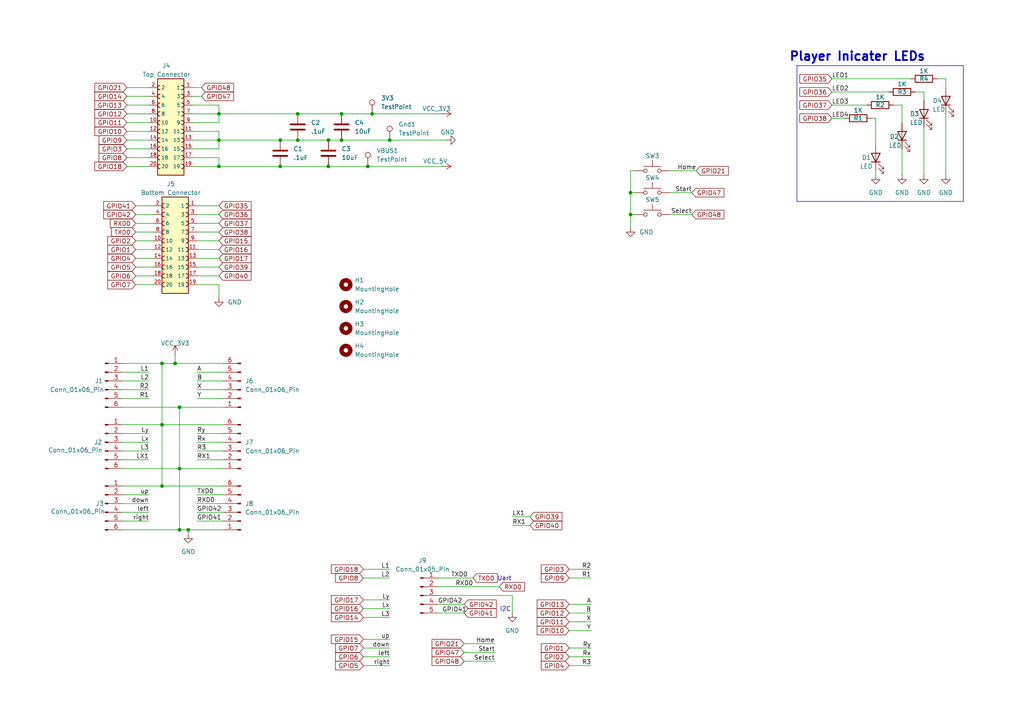
<source format=kicad_sch>
(kicad_sch (version 20250114) (generator "eeschema") (generator_version "9.0")
  (paper "A4")
  (lib_symbols
    (symbol "MCU Carrier Board:+3.3V" (power) (pin_numbers (hide yes)) (pin_names (offset 0) (hide yes))
      (property "Value" "+3.3V" (at 0 3.556 0))
      (symbol "+3.3V_0_1"
        (polyline (pts (xy -0.762 1.27) (xy 0 2.54)))
        (polyline (pts (xy 0 2.54) (xy 0.762 1.27)))
        (polyline (pts (xy 0 0) (xy 0 2.54)))
      )
      (symbol "+3.3V_1_1"
        (pin power_in line (at 0 0 90) (length 0) (name "~") (number "1"))
      )
    )
    (symbol "MCU Carrier Board:+3V3" (power) (pin_numbers (hide yes)) (pin_names (offset 0) (hide yes))
      (property "Value" "+3V3" (at 0 3.556 0))
      (symbol "+3V3_0_1"
        (polyline (pts (xy -0.762 1.27) (xy 0 2.54)))
        (polyline (pts (xy 0 2.54) (xy 0.762 1.27)))
        (polyline (pts (xy 0 0) (xy 0 2.54)))
      )
      (symbol "+3V3_1_1"
        (pin power_in line (at 0 0 90) (length 0) (name "~") (number "1"))
      )
    )
    (symbol "MCU Carrier Board:+5V" (power) (pin_numbers (hide yes)) (pin_names (offset 0) (hide yes))
      (property "Value" "+5V" (at 0 3.556 0))
      (symbol "+5V_0_1"
        (polyline (pts (xy -0.762 1.27) (xy 0 2.54)))
        (polyline (pts (xy 0 2.54) (xy 0.762 1.27)))
        (polyline (pts (xy 0 0) (xy 0 2.54)))
      )
      (symbol "+5V_1_1"
        (pin power_in line (at 0 0 90) (length 0) (name "~") (number "1"))
      )
    )
    (symbol "MCU Carrier Board:C" (pin_numbers (hide yes)) (pin_names (offset 0.254))
      (property "Reference" "C" (at 0.635 2.54 0))
      (property "Value" "C" (at 0.635 -2.54 0))
      (symbol "C_0_1"
        (polyline (pts (xy -2.032 0.762) (xy 2.032 0.762)) (stroke (width 0.508)))
        (polyline (pts (xy -2.032 -0.762) (xy 2.032 -0.762)) (stroke (width 0.508)))
      )
      (symbol "C_1_1"
        (pin passive line (at 0 3.81 270) (length 2.794) (name "~") (number "1"))
        (pin passive line (at 0 -3.81 90) (length 2.794) (name "~") (number "2"))
      )
    )
    (symbol "MCU Carrier Board:Conn_01x05_Pin" (pin_names (offset 1.016) (hide yes))
      (property "Reference" "J" (at 0 7.62 0))
      (property "Value" "Conn_01x05_Pin" (at 0 -7.62 0))
      (symbol "Conn_01x05_Pin_1_1"
        (rectangle (start 0.8636 5.207) (end 0 4.953) (stroke (width 0.1524)) (fill (type outline)))
        (rectangle (start 0.8636 2.667) (end 0 2.413) (stroke (width 0.1524)) (fill (type outline)))
        (rectangle (start 0.8636 0.127) (end 0 -0.127) (stroke (width 0.1524)) (fill (type outline)))
        (rectangle (start 0.8636 -2.413) (end 0 -2.667) (stroke (width 0.1524)) (fill (type outline)))
        (rectangle (start 0.8636 -4.953) (end 0 -5.207) (stroke (width 0.1524)) (fill (type outline)))
        (polyline (pts (xy 1.27 5.08) (xy 0.8636 5.08)) (stroke (width 0.1524)))
        (polyline (pts (xy 1.27 2.54) (xy 0.8636 2.54)) (stroke (width 0.1524)))
        (polyline (pts (xy 1.27 0) (xy 0.8636 0)) (stroke (width 0.1524)))
        (polyline (pts (xy 1.27 -2.54) (xy 0.8636 -2.54)) (stroke (width 0.1524)))
        (polyline (pts (xy 1.27 -5.08) (xy 0.8636 -5.08)) (stroke (width 0.1524)))
        (pin passive line (at 5.08 5.08 180) (length 3.81) (name "Pin_1") (number "1"))
        (pin passive line (at 5.08 2.54 180) (length 3.81) (name "Pin_2") (number "2"))
        (pin passive line (at 5.08 0 180) (length 3.81) (name "Pin_3") (number "3"))
        (pin passive line (at 5.08 -2.54 180) (length 3.81) (name "Pin_4") (number "4"))
        (pin passive line (at 5.08 -5.08 180) (length 3.81) (name "Pin_5") (number "5"))
      )
    )
    (symbol "MCU Carrier Board:Conn_01x06_Pin" (pin_names (offset 1.016) (hide yes))
      (property "Reference" "J" (at 0 7.62 0))
      (property "Value" "Conn_01x06_Pin" (at 0 -10.16 0))
      (symbol "Conn_01x06_Pin_1_1"
        (rectangle (start 0.8636 5.207) (end 0 4.953) (stroke (width 0.1524)) (fill (type outline)))
        (rectangle (start 0.8636 2.667) (end 0 2.413) (stroke (width 0.1524)) (fill (type outline)))
        (rectangle (start 0.8636 0.127) (end 0 -0.127) (stroke (width 0.1524)) (fill (type outline)))
        (rectangle (start 0.8636 -2.413) (end 0 -2.667) (stroke (width 0.1524)) (fill (type outline)))
        (rectangle (start 0.8636 -4.953) (end 0 -5.207) (stroke (width 0.1524)) (fill (type outline)))
        (rectangle (start 0.8636 -7.493) (end 0 -7.747) (stroke (width 0.1524)) (fill (type outline)))
        (polyline (pts (xy 1.27 5.08) (xy 0.8636 5.08)) (stroke (width 0.1524)))
        (polyline (pts (xy 1.27 2.54) (xy 0.8636 2.54)) (stroke (width 0.1524)))
        (polyline (pts (xy 1.27 0) (xy 0.8636 0)) (stroke (width 0.1524)))
        (polyline (pts (xy 1.27 -2.54) (xy 0.8636 -2.54)) (stroke (width 0.1524)))
        (polyline (pts (xy 1.27 -5.08) (xy 0.8636 -5.08)) (stroke (width 0.1524)))
        (polyline (pts (xy 1.27 -7.62) (xy 0.8636 -7.62)) (stroke (width 0.1524)))
        (pin passive line (at 5.08 5.08 180) (length 3.81) (name "Pin_1") (number "1"))
        (pin passive line (at 5.08 2.54 180) (length 3.81) (name "Pin_2") (number "2"))
        (pin passive line (at 5.08 0 180) (length 3.81) (name "Pin_3") (number "3"))
        (pin passive line (at 5.08 -2.54 180) (length 3.81) (name "Pin_4") (number "4"))
        (pin passive line (at 5.08 -5.08 180) (length 3.81) (name "Pin_5") (number "5"))
        (pin passive line (at 5.08 -7.62 180) (length 3.81) (name "Pin_6") (number "6"))
      )
    )
    (symbol "MCU Carrier Board:DF40C-20DS-0.4V_51_" (pin_names (offset 1.016))
      (property "Reference" "J" (at -7.62 13.97 0))
      (property "Value" "DF40C-20DS-0.4V_51_" (at -7.62 -17.78 0))
      (symbol "DF40C-20DS-0.4V_51__0_0"
        (rectangle (start -3.81 12.7) (end 3.81 -15.24) (stroke (width 0.254)) (fill (type background)))
        (arc (start -3.175 9.525) (mid -3.8072 10.16) (end -3.175 10.795) (stroke (width 0.254)))
        (arc (start -3.175 6.985) (mid -3.8072 7.62) (end -3.175 8.255) (stroke (width 0.254)))
        (arc (start -3.175 4.445) (mid -3.8072 5.08) (end -3.175 5.715) (stroke (width 0.254)))
        (arc (start -3.175 1.905) (mid -3.8072 2.54) (end -3.175 3.175) (stroke (width 0.254)))
        (arc (start -3.175 -0.635) (mid -3.8072 0) (end -3.175 0.635) (stroke (width 0.254)))
        (arc (start -3.175 -3.175) (mid -3.8072 -2.54) (end -3.175 -1.905) (stroke (width 0.254)))
        (arc (start -3.175 -5.715) (mid -3.8072 -5.08) (end -3.175 -4.445) (stroke (width 0.254)))
        (arc (start -3.175 -8.255) (mid -3.8072 -7.62) (end -3.175 -6.985) (stroke (width 0.254)))
        (arc (start -3.175 -10.795) (mid -3.8072 -10.16) (end -3.175 -9.525) (stroke (width 0.254)))
        (arc (start -3.175 -13.335) (mid -3.8072 -12.7) (end -3.175 -12.065) (stroke (width 0.254)))
        (arc (start 3.175 10.795) (mid 3.8072 10.16) (end 3.175 9.525) (stroke (width 0.254)))
        (arc (start 3.175 8.255) (mid 3.8072 7.62) (end 3.175 6.985) (stroke (width 0.254)))
        (arc (start 3.175 5.715) (mid 3.8072 5.08) (end 3.175 4.445) (stroke (width 0.254)))
        (arc (start 3.175 3.175) (mid 3.8072 2.54) (end 3.175 1.905) (stroke (width 0.254)))
        (arc (start 3.175 0.635) (mid 3.8072 0) (end 3.175 -0.635) (stroke (width 0.254)))
        (arc (start 3.175 -1.905) (mid 3.8072 -2.54) (end 3.175 -3.175) (stroke (width 0.254)))
        (arc (start 3.175 -4.445) (mid 3.8072 -5.08) (end 3.175 -5.715) (stroke (width 0.254)))
        (arc (start 3.175 -6.985) (mid 3.8072 -7.62) (end 3.175 -8.255) (stroke (width 0.254)))
        (arc (start 3.175 -9.525) (mid 3.8072 -10.16) (end 3.175 -10.795) (stroke (width 0.254)))
        (arc (start 3.175 -12.065) (mid 3.8072 -12.7) (end 3.175 -13.335) (stroke (width 0.254)))
        (pin passive line (at -6.35 10.16 0) (length 2.54) (name "1") (number "1"))
        (pin passive line (at -6.35 7.62 0) (length 2.54) (name "3") (number "3"))
        (pin passive line (at -6.35 5.08 0) (length 2.54) (name "5") (number "5"))
        (pin passive line (at -6.35 2.54 0) (length 2.54) (name "7") (number "7"))
        (pin passive line (at -6.35 0 0) (length 2.54) (name "9") (number "9"))
        (pin passive line (at -6.35 -2.54 0) (length 2.54) (name "11") (number "11"))
        (pin passive line (at -6.35 -5.08 0) (length 2.54) (name "13") (number "13"))
        (pin passive line (at -6.35 -7.62 0) (length 2.54) (name "15") (number "15"))
        (pin passive line (at -6.35 -10.16 0) (length 2.54) (name "17") (number "17"))
        (pin passive line (at -6.35 -12.7 0) (length 2.54) (name "19") (number "19"))
        (pin passive line (at 6.35 10.16 180) (length 2.54) (name "2") (number "2"))
        (pin passive line (at 6.35 7.62 180) (length 2.54) (name "4") (number "4"))
        (pin passive line (at 6.35 5.08 180) (length 2.54) (name "6") (number "6"))
        (pin passive line (at 6.35 2.54 180) (length 2.54) (name "8") (number "8"))
        (pin passive line (at 6.35 0 180) (length 2.54) (name "10") (number "10"))
        (pin passive line (at 6.35 -2.54 180) (length 2.54) (name "12") (number "12"))
        (pin passive line (at 6.35 -5.08 180) (length 2.54) (name "14") (number "14"))
        (pin passive line (at 6.35 -7.62 180) (length 2.54) (name "16") (number "16"))
        (pin passive line (at 6.35 -10.16 180) (length 2.54) (name "18") (number "18"))
        (pin passive line (at 6.35 -12.7 180) (length 2.54) (name "20") (number "20"))
      )
    )
    (symbol "MCU Carrier Board:GND" (power) (pin_numbers (hide yes)) (pin_names (offset 0) (hide yes))
      (property "Value" "GND" (at 0 -3.81 0))
      (symbol "GND_0_1"
        (polyline (pts (xy 0 0) (xy 0 -1.27) (xy 1.27 -1.27) (xy 0 -2.54) (xy -1.27 -1.27) (xy 0 -1.27)))
      )
      (symbol "GND_1_1"
        (pin power_in line (at 0 0 270) (length 0) (name "~") (number "1"))
      )
    )
    (symbol "MCU Carrier Board:LED" (pin_numbers (hide yes)) (pin_names (offset 1.016) (hide yes))
      (property "Reference" "D" (at 0 2.54 0))
      (property "Value" "LED" (at 0 -2.54 0))
      (symbol "LED_0_1"
        (polyline (pts (xy -3.048 -0.762) (xy -4.572 -2.286) (xy -3.81 -2.286) (xy -4.572 -2.286) (xy -4.572 -1.524)))
        (polyline (pts (xy -1.778 -0.762) (xy -3.302 -2.286) (xy -2.54 -2.286) (xy -3.302 -2.286) (xy -3.302 -1.524)))
        (polyline (pts (xy -1.27 0) (xy 1.27 0)))
        (polyline (pts (xy -1.27 -1.27) (xy -1.27 1.27)) (stroke (width 0.254)))
        (polyline (pts (xy 1.27 -1.27) (xy 1.27 1.27) (xy -1.27 0) (xy 1.27 -1.27)) (stroke (width 0.254)))
      )
      (symbol "LED_1_1"
        (pin passive line (at -3.81 0 0) (length 2.54) (name "K") (number "1"))
        (pin passive line (at 3.81 0 180) (length 2.54) (name "A") (number "2"))
      )
    )
    (symbol "MCU Carrier Board:MountingHole" (pin_names (offset 1.016)) (in_bom no)
      (property "Reference" "H" (at 0 5.08 0))
      (property "Value" "MountingHole" (at 0 3.175 0))
      (symbol "MountingHole_0_1"
        (circle (center 0 0) (radius 1.27) (stroke (width 1.27)))
      )
    )
    (symbol "MCU Carrier Board:R" (pin_numbers (hide yes)) (pin_names (offset 0))
      (property "Reference" "R" (at 2.032 0 90))
      (property "Value" "R" (at 0 0 90))
      (symbol "R_0_1"
        (rectangle (start -1.016 -2.54) (end 1.016 2.54) (stroke (width 0.254)))
      )
      (symbol "R_1_1"
        (pin passive line (at 0 3.81 270) (length 1.27) (name "~") (number "1"))
        (pin passive line (at 0 -3.81 90) (length 1.27) (name "~") (number "2"))
      )
    )
    (symbol "MCU Carrier Board:SW_Push" (pin_numbers (hide yes)) (pin_names (offset 1.016) (hide yes))
      (property "Reference" "SW" (at 1.27 2.54 0))
      (property "Value" "SW_Push" (at 0 -1.524 0))
      (symbol "SW_Push_0_1"
        (circle (center -2.032 0) (radius 0.508))
        (polyline (pts (xy 0 1.27) (xy 0 3.048)))
        (circle (center 2.032 0) (radius 0.508))
        (polyline (pts (xy 2.54 1.27) (xy -2.54 1.27)))
        (pin passive line (at -5.08 0 0) (length 2.54) (name "1") (number "1"))
        (pin passive line (at 5.08 0 180) (length 2.54) (name "2") (number "2"))
      )
    )
    (symbol "MCU Carrier Board:TestPoint" (pin_numbers (hide yes)) (pin_names (offset 0.762) (hide yes))
      (property "Reference" "TP" (at 0 6.858 0))
      (property "Value" "TestPoint" (at 0 5.08 0))
      (symbol "TestPoint_0_1"
        (circle (center 0 3.302) (radius 0.762))
      )
      (symbol "TestPoint_1_1"
        (pin passive line (at 0 0 90) (length 2.54) (name "1") (number "1"))
      )
    )
  )
  (rectangle (start 231.14 19.05) (end 279.4 58.42))
  (text "Player Inicater LEDs" (at 248.666 16.51 0) (effects (font (size 2.54 2.54) (thickness 0.508) (bold yes))))
  (text "Uart\n" (at 146.304 167.894 0) (effects (font (size 1.27 1.27))))
  (text "I2C\n" (at 146.558 176.784 0) (effects (font (size 1.27 1.27))))
  (junction (at 86.36 40.64))
  (junction (at 63.5 48.26))
  (junction (at 182.88 55.88))
  (junction (at 81.28 48.26))
  (junction (at 52.07 135.89))
  (junction (at 54.61 153.67))
  (junction (at 81.28 40.64))
  (junction (at 182.88 62.23))
  (junction (at 95.25 48.26))
  (junction (at 46.99 105.41))
  (junction (at 63.5 40.64))
  (junction (at 46.99 140.97))
  (junction (at 52.07 118.11))
  (junction (at 106.68 48.26))
  (junction (at 50.8 105.41))
  (junction (at 99.06 40.64))
  (junction (at 113.03 40.64))
  (junction (at 52.07 153.67))
  (junction (at 99.06 33.02))
  (junction (at 95.25 40.64))
  (junction (at 46.99 123.19))
  (junction (at 63.5 33.02))
  (junction (at 107.95 33.02))
  (junction (at 86.36 33.02))
  (wire (pts (xy 86.36 40.64) (xy 95.25 40.64)))
  (wire (pts (xy 57.15 80.01) (xy 63.5 80.01)))
  (wire (pts (xy 165.1 193.04) (xy 171.45 193.04)))
  (wire (pts (xy 165.1 167.64) (xy 171.45 167.64)))
  (wire (pts (xy 261.62 43.18) (xy 261.62 50.8)))
  (wire (pts (xy 43.18 115.57) (xy 35.56 115.57)))
  (wire (pts (xy 57.15 67.31) (xy 63.5 67.31)))
  (wire (pts (xy 107.95 33.02) (xy 99.06 33.02)))
  (wire (pts (xy 241.3 22.86) (xy 264.16 22.86)))
  (wire (pts (xy 267.97 26.67) (xy 265.43 26.67)))
  (wire (pts (xy 274.32 22.86) (xy 274.32 25.4)))
  (wire (pts (xy 267.97 26.67) (xy 267.97 29.21)))
  (wire (pts (xy 57.15 148.59) (xy 64.77 148.59)))
  (wire (pts (xy 63.5 86.36) (xy 63.5 82.55)))
  (wire (pts (xy 43.18 146.05) (xy 35.56 146.05)))
  (wire (pts (xy 182.88 55.88) (xy 182.88 62.23)))
  (wire (pts (xy 43.18 107.95) (xy 35.56 107.95)))
  (wire (pts (xy 52.07 118.11) (xy 52.07 135.89)))
  (wire (pts (xy 55.88 48.26) (xy 63.5 48.26)))
  (wire (pts (xy 52.07 153.67) (xy 54.61 153.67)))
  (wire (pts (xy 57.15 128.27) (xy 64.77 128.27)))
  (wire (pts (xy 36.83 30.48) (xy 43.18 30.48)))
  (wire (pts (xy 241.3 34.29) (xy 245.11 34.29)))
  (wire (pts (xy 105.41 165.1) (xy 113.03 165.1)))
  (wire (pts (xy 63.5 40.64) (xy 81.28 40.64)))
  (wire (pts (xy 241.3 30.48) (xy 251.46 30.48)))
  (wire (pts (xy 134.62 175.26) (xy 127 175.26)))
  (wire (pts (xy 63.5 38.1) (xy 63.5 40.64)))
  (wire (pts (xy 55.88 30.48) (xy 63.5 30.48)))
  (wire (pts (xy 165.1 177.8) (xy 171.45 177.8)))
  (wire (pts (xy 105.41 167.64) (xy 113.03 167.64)))
  (wire (pts (xy 39.37 69.85) (xy 44.45 69.85)))
  (wire (pts (xy 39.37 64.77) (xy 44.45 64.77)))
  (wire (pts (xy 57.15 113.03) (xy 64.77 113.03)))
  (wire (pts (xy 57.15 74.93) (xy 63.5 74.93)))
  (wire (pts (xy 54.61 154.94) (xy 54.61 153.67)))
  (wire (pts (xy 36.83 35.56) (xy 43.18 35.56)))
  (wire (pts (xy 50.8 102.87) (xy 50.8 105.41)))
  (wire (pts (xy 134.62 189.23) (xy 143.51 189.23)))
  (wire (pts (xy 35.56 153.67) (xy 52.07 153.67)))
  (wire (pts (xy 194.31 62.23) (xy 200.66 62.23)))
  (wire (pts (xy 57.15 130.81) (xy 64.77 130.81)))
  (wire (pts (xy 165.1 182.88) (xy 171.45 182.88)))
  (wire (pts (xy 57.15 143.51) (xy 64.77 143.51)))
  (wire (pts (xy 99.06 40.64) (xy 113.03 40.64)))
  (wire (pts (xy 148.59 149.86) (xy 153.67 149.86)))
  (wire (pts (xy 57.15 77.47) (xy 63.5 77.47)))
  (wire (pts (xy 165.1 175.26) (xy 171.45 175.26)))
  (wire (pts (xy 46.99 123.19) (xy 64.77 123.19)))
  (wire (pts (xy 261.62 30.48) (xy 259.08 30.48)))
  (wire (pts (xy 105.41 187.96) (xy 113.03 187.96)))
  (wire (pts (xy 55.88 40.64) (xy 63.5 40.64)))
  (wire (pts (xy 43.18 128.27) (xy 35.56 128.27)))
  (wire (pts (xy 43.18 110.49) (xy 35.56 110.49)))
  (wire (pts (xy 86.36 33.02) (xy 99.06 33.02)))
  (wire (pts (xy 274.32 22.86) (xy 271.78 22.86)))
  (wire (pts (xy 55.88 35.56) (xy 63.5 35.56)))
  (wire (pts (xy 63.5 43.18) (xy 63.5 40.64)))
  (wire (pts (xy 105.41 190.5) (xy 113.03 190.5)))
  (wire (pts (xy 127 170.18) (xy 144.78 170.18)))
  (wire (pts (xy 105.41 173.99) (xy 113.03 173.99)))
  (wire (pts (xy 105.41 185.42) (xy 113.03 185.42)))
  (wire (pts (xy 254 49.53) (xy 254 50.8)))
  (wire (pts (xy 63.5 33.02) (xy 86.36 33.02)))
  (wire (pts (xy 182.88 55.88) (xy 184.15 55.88)))
  (wire (pts (xy 134.62 191.77) (xy 143.51 191.77)))
  (wire (pts (xy 35.56 135.89) (xy 52.07 135.89)))
  (wire (pts (xy 57.15 133.35) (xy 64.77 133.35)))
  (wire (pts (xy 36.83 25.4) (xy 43.18 25.4)))
  (wire (pts (xy 63.5 35.56) (xy 63.5 33.02)))
  (wire (pts (xy 165.1 180.34) (xy 171.45 180.34)))
  (wire (pts (xy 36.83 40.64) (xy 43.18 40.64)))
  (wire (pts (xy 39.37 77.47) (xy 44.45 77.47)))
  (wire (pts (xy 57.15 69.85) (xy 63.5 69.85)))
  (wire (pts (xy 81.28 40.64) (xy 86.36 40.64)))
  (wire (pts (xy 55.88 38.1) (xy 63.5 38.1)))
  (wire (pts (xy 182.88 62.23) (xy 182.88 66.04)))
  (wire (pts (xy 39.37 67.31) (xy 44.45 67.31)))
  (wire (pts (xy 50.8 105.41) (xy 64.77 105.41)))
  (wire (pts (xy 182.88 49.53) (xy 184.15 49.53)))
  (wire (pts (xy 39.37 62.23) (xy 44.45 62.23)))
  (wire (pts (xy 36.83 27.94) (xy 43.18 27.94)))
  (wire (pts (xy 57.15 125.73) (xy 64.77 125.73)))
  (wire (pts (xy 43.18 151.13) (xy 35.56 151.13)))
  (wire (pts (xy 35.56 118.11) (xy 52.07 118.11)))
  (wire (pts (xy 43.18 148.59) (xy 35.56 148.59)))
  (wire (pts (xy 57.15 151.13) (xy 64.77 151.13)))
  (wire (pts (xy 36.83 33.02) (xy 43.18 33.02)))
  (wire (pts (xy 35.56 105.41) (xy 46.99 105.41)))
  (wire (pts (xy 107.95 33.02) (xy 128.27 33.02)))
  (wire (pts (xy 35.56 140.97) (xy 46.99 140.97)))
  (wire (pts (xy 254 34.29) (xy 254 41.91)))
  (wire (pts (xy 106.68 48.26) (xy 128.27 48.26)))
  (wire (pts (xy 57.15 62.23) (xy 63.5 62.23)))
  (wire (pts (xy 134.62 177.8) (xy 127 177.8)))
  (wire (pts (xy 105.41 179.07) (xy 113.03 179.07)))
  (wire (pts (xy 113.03 40.64) (xy 129.54 40.64)))
  (wire (pts (xy 105.41 176.53) (xy 113.03 176.53)))
  (wire (pts (xy 36.83 45.72) (xy 43.18 45.72)))
  (wire (pts (xy 39.37 80.01) (xy 44.45 80.01)))
  (wire (pts (xy 57.15 82.55) (xy 63.5 82.55)))
  (wire (pts (xy 43.18 130.81) (xy 35.56 130.81)))
  (wire (pts (xy 36.83 38.1) (xy 43.18 38.1)))
  (wire (pts (xy 43.18 113.03) (xy 35.56 113.03)))
  (wire (pts (xy 55.88 43.18) (xy 63.5 43.18)))
  (wire (pts (xy 241.3 26.67) (xy 257.81 26.67)))
  (wire (pts (xy 63.5 48.26) (xy 81.28 48.26)))
  (wire (pts (xy 36.83 43.18) (xy 43.18 43.18)))
  (wire (pts (xy 134.62 186.69) (xy 143.51 186.69)))
  (wire (pts (xy 46.99 123.19) (xy 46.99 140.97)))
  (wire (pts (xy 165.1 190.5) (xy 171.45 190.5)))
  (wire (pts (xy 81.28 48.26) (xy 95.25 48.26)))
  (wire (pts (xy 39.37 72.39) (xy 44.45 72.39)))
  (wire (pts (xy 39.37 82.55) (xy 44.45 82.55)))
  (wire (pts (xy 182.88 62.23) (xy 184.15 62.23)))
  (wire (pts (xy 105.41 193.04) (xy 113.03 193.04)))
  (wire (pts (xy 63.5 30.48) (xy 63.5 33.02)))
  (wire (pts (xy 137.16 167.64) (xy 127 167.64)))
  (wire (pts (xy 35.56 133.35) (xy 43.18 133.35)))
  (wire (pts (xy 36.83 48.26) (xy 43.18 48.26)))
  (wire (pts (xy 39.37 74.93) (xy 44.45 74.93)))
  (wire (pts (xy 39.37 59.69) (xy 44.45 59.69)))
  (wire (pts (xy 254 34.29) (xy 252.73 34.29)))
  (wire (pts (xy 57.15 59.69) (xy 63.5 59.69)))
  (wire (pts (xy 57.15 115.57) (xy 64.77 115.57)))
  (wire (pts (xy 148.59 177.8) (xy 148.59 172.72)))
  (wire (pts (xy 182.88 55.88) (xy 182.88 49.53)))
  (wire (pts (xy 165.1 165.1) (xy 171.45 165.1)))
  (wire (pts (xy 52.07 135.89) (xy 52.07 153.67)))
  (wire (pts (xy 200.66 55.88) (xy 194.31 55.88)))
  (wire (pts (xy 148.59 172.72) (xy 127 172.72)))
  (wire (pts (xy 46.99 105.41) (xy 50.8 105.41)))
  (wire (pts (xy 46.99 140.97) (xy 64.77 140.97)))
  (wire (pts (xy 63.5 48.26) (xy 63.5 45.72)))
  (wire (pts (xy 55.88 33.02) (xy 63.5 33.02)))
  (wire (pts (xy 43.18 125.73) (xy 35.56 125.73)))
  (wire (pts (xy 194.31 49.53) (xy 201.93 49.53)))
  (wire (pts (xy 95.25 40.64) (xy 99.06 40.64)))
  (wire (pts (xy 274.32 33.02) (xy 274.32 50.8)))
  (wire (pts (xy 57.15 72.39) (xy 63.5 72.39)))
  (wire (pts (xy 57.15 146.05) (xy 64.77 146.05)))
  (wire (pts (xy 43.18 143.51) (xy 35.56 143.51)))
  (wire (pts (xy 58.42 27.94) (xy 55.88 27.94)))
  (wire (pts (xy 57.15 107.95) (xy 64.77 107.95)))
  (wire (pts (xy 35.56 123.19) (xy 46.99 123.19)))
  (wire (pts (xy 52.07 118.11) (xy 64.77 118.11)))
  (wire (pts (xy 58.42 25.4) (xy 55.88 25.4)))
  (wire (pts (xy 148.59 152.4) (xy 153.67 152.4)))
  (wire (pts (xy 261.62 30.48) (xy 261.62 35.56)))
  (wire (pts (xy 57.15 64.77) (xy 63.5 64.77)))
  (wire (pts (xy 46.99 105.41) (xy 46.99 123.19)))
  (wire (pts (xy 55.88 45.72) (xy 63.5 45.72)))
  (wire (pts (xy 57.15 110.49) (xy 64.77 110.49)))
  (wire (pts (xy 165.1 187.96) (xy 171.45 187.96)))
  (wire (pts (xy 54.61 153.67) (xy 64.77 153.67)))
  (wire (pts (xy 52.07 135.89) (xy 64.77 135.89)))
  (wire (pts (xy 95.25 48.26) (xy 106.68 48.26)))
  (wire (pts (xy 267.97 36.83) (xy 267.97 50.8)))
  (label "Y" (at 57.15 115.57 0))
  (label "R1" (at 43.18 115.57 180))
  (label "Ry" (at 57.15 125.73 0))
  (label "Select" (at 200.66 62.23 180))
  (label "Ly" (at 113.03 173.99 180))
  (label "right" (at 113.03 193.04 180))
  (label "LX1" (at 43.18 133.35 180))
  (label "LED4" (at 241.3 34.29 0))
  (label "L2" (at 113.03 167.64 180))
  (label "RXD0" (at 57.15 146.05 0))
  (label "TXD0" (at 57.15 143.51 0))
  (label "TXD0" (at 130.81 167.64 0))
  (label "RXD0" (at 132.08 170.18 0))
  (label "X" (at 57.15 113.03 0))
  (label "L2" (at 43.18 110.49 180))
  (label "Lx" (at 43.18 128.27 180))
  (label "LED1" (at 241.3 22.86 0))
  (label "Start" (at 200.66 55.88 180))
  (label "L1" (at 113.03 165.1 180))
  (label "R2" (at 43.18 113.03 180))
  (label "GPIO42" (at 127 175.26 0))
  (label "Select" (at 143.51 191.77 180))
  (label "GPIO42" (at 57.15 148.59 0))
  (label "L1" (at 43.18 107.95 180))
  (label "RX1" (at 148.59 152.4 0))
  (label "up" (at 43.18 143.51 180))
  (label "RX1" (at 57.15 133.35 0))
  (label "Ly" (at 43.18 125.73 180))
  (label "down" (at 43.18 146.05 180))
  (label "GPIO41" (at 128.27 177.8 0))
  (label "Start" (at 143.51 189.23 180))
  (label "Lx" (at 113.03 176.53 180))
  (label "Y" (at 171.45 182.88 180))
  (label "Home" (at 201.93 49.53 180))
  (label "L3" (at 113.03 179.07 180))
  (label "Ry" (at 171.45 187.96 180))
  (label "X" (at 171.45 180.34 180))
  (label "A" (at 57.15 107.95 0))
  (label "left" (at 113.03 190.5 180))
  (label "Home" (at 143.51 186.69 180))
  (label "up" (at 113.03 185.42 180))
  (label "Rx" (at 171.45 190.5 180))
  (label "Rx" (at 57.15 128.27 0))
  (label "left" (at 43.18 148.59 180))
  (label "LX1" (at 148.59 149.86 0))
  (label "GPIO41" (at 57.15 151.13 0))
  (label "B" (at 171.45 177.8 180))
  (label "right" (at 43.18 151.13 180))
  (label "A" (at 171.45 175.26 180))
  (label "R2" (at 171.45 165.1 180))
  (label "R3" (at 171.45 193.04 180))
  (label "LED2" (at 241.3 26.67 0))
  (label "LED3" (at 241.3 30.48 0))
  (label "R3" (at 57.15 130.81 0))
  (label "R1" (at 171.45 167.64 180))
  (label "B" (at 57.15 110.49 0))
  (label "down" (at 113.03 187.96 180))
  (label "L3" (at 43.18 130.81 180))
  (global_label "GPIO38" (shape input) (at 63.5 67.31 0) (property "Intersheetrefs" "${INTERSHEET_REFS}" (effects (hide yes))))
  (global_label "GPIO18" (shape input) (at 105.41 165.1 180) (property "Intersheetrefs" "${INTERSHEET_REFS}" (effects (hide yes))))
  (global_label "GPIO40" (shape input) (at 63.5 80.01 0) (property "Intersheetrefs" "${INTERSHEET_REFS}" (effects (hide yes))))
  (global_label "GPIO5" (shape input) (at 105.41 193.04 180) (property "Intersheetrefs" "${INTERSHEET_REFS}" (effects (hide yes))))
  (global_label "GPIO17" (shape input) (at 63.5 74.93 0) (property "Intersheetrefs" "${INTERSHEET_REFS}" (effects (hide yes))))
  (global_label "GPIO36" (shape input) (at 63.5 62.23 0) (property "Intersheetrefs" "${INTERSHEET_REFS}" (effects (hide yes))))
  (global_label "GPIO21" (shape input) (at 201.93 49.53 0) (property "Intersheetrefs" "${INTERSHEET_REFS}" (effects (hide yes))))
  (global_label "GPIO37" (shape input) (at 241.3 30.48 180) (property "Intersheetrefs" "${INTERSHEET_REFS}" (effects (hide yes))))
  (global_label "GPIO48" (shape input) (at 58.42 25.4 0) (property "Intersheetrefs" "${INTERSHEET_REFS}" (effects (hide yes))))
  (global_label "GPIO13" (shape input) (at 36.83 30.48 180) (property "Intersheetrefs" "${INTERSHEET_REFS}" (effects (hide yes))))
  (global_label "GPIO7" (shape input) (at 39.37 82.55 180) (property "Intersheetrefs" "${INTERSHEET_REFS}" (effects (hide yes))))
  (global_label "GPIO14" (shape input) (at 105.41 179.07 180) (property "Intersheetrefs" "${INTERSHEET_REFS}" (effects (hide yes))))
  (global_label "GPIO11" (shape input) (at 165.1 180.34 180) (property "Intersheetrefs" "${INTERSHEET_REFS}" (effects (hide yes))))
  (global_label "GPIO39" (shape input) (at 63.5 77.47 0) (property "Intersheetrefs" "${INTERSHEET_REFS}" (effects (hide yes))))
  (global_label "GPIO35" (shape input) (at 241.3 22.86 180) (property "Intersheetrefs" "${INTERSHEET_REFS}" (effects (hide yes))))
  (global_label "GPIO42" (shape input) (at 39.37 62.23 180) (property "Intersheetrefs" "${INTERSHEET_REFS}" (effects (hide yes))))
  (global_label "GPIO1" (shape input) (at 39.37 72.39 180) (property "Intersheetrefs" "${INTERSHEET_REFS}" (effects (hide yes))))
  (global_label "GPIO9" (shape input) (at 36.83 40.64 180) (property "Intersheetrefs" "${INTERSHEET_REFS}" (effects (hide yes))))
  (global_label "GPIO21" (shape input) (at 36.83 25.4 180) (property "Intersheetrefs" "${INTERSHEET_REFS}" (effects (hide yes))))
  (global_label "GPIO21" (shape input) (at 134.62 186.69 180) (property "Intersheetrefs" "${INTERSHEET_REFS}" (effects (hide yes))))
  (global_label "GPIO12" (shape input) (at 165.1 177.8 180) (property "Intersheetrefs" "${INTERSHEET_REFS}" (effects (hide yes))))
  (global_label "GPIO36" (shape input) (at 241.3 26.67 180) (property "Intersheetrefs" "${INTERSHEET_REFS}" (effects (hide yes))))
  (global_label "GPIO13" (shape input) (at 165.1 175.26 180) (property "Intersheetrefs" "${INTERSHEET_REFS}" (effects (hide yes))))
  (global_label "GPIO37" (shape input) (at 63.5 64.77 0) (property "Intersheetrefs" "${INTERSHEET_REFS}" (effects (hide yes))))
  (global_label "GPIO3" (shape input) (at 165.1 165.1 180) (property "Intersheetrefs" "${INTERSHEET_REFS}" (effects (hide yes))))
  (global_label "GPIO4" (shape input) (at 39.37 74.93 180) (property "Intersheetrefs" "${INTERSHEET_REFS}" (effects (hide yes))))
  (global_label "GPIO1" (shape input) (at 165.1 187.96 180) (property "Intersheetrefs" "${INTERSHEET_REFS}" (effects (hide yes))))
  (global_label "GPIO16" (shape input) (at 105.41 176.53 180) (property "Intersheetrefs" "${INTERSHEET_REFS}" (effects (hide yes))))
  (global_label "GPIO2" (shape input) (at 39.37 69.85 180) (property "Intersheetrefs" "${INTERSHEET_REFS}" (effects (hide yes))))
  (global_label "RXD0" (shape input) (at 144.78 170.18 0) (property "Intersheetrefs" "${INTERSHEET_REFS}" (effects (hide yes))))
  (global_label "GPIO8" (shape input) (at 36.83 45.72 180) (property "Intersheetrefs" "${INTERSHEET_REFS}" (effects (hide yes))))
  (global_label "GPIO8" (shape input) (at 105.41 167.64 180) (property "Intersheetrefs" "${INTERSHEET_REFS}" (effects (hide yes))))
  (global_label "GPIO15" (shape input) (at 63.5 69.85 0) (property "Intersheetrefs" "${INTERSHEET_REFS}" (effects (hide yes))))
  (global_label "TXD0" (shape input) (at 39.37 67.31 180) (property "Intersheetrefs" "${INTERSHEET_REFS}" (effects (hide yes))))
  (global_label "GPIO17" (shape input) (at 105.41 173.99 180) (property "Intersheetrefs" "${INTERSHEET_REFS}" (effects (hide yes))))
  (global_label "GPIO41" (shape input) (at 39.37 59.69 180) (property "Intersheetrefs" "${INTERSHEET_REFS}" (effects (hide yes))))
  (global_label "GPIO5" (shape input) (at 39.37 77.47 180) (property "Intersheetrefs" "${INTERSHEET_REFS}" (effects (hide yes))))
  (global_label "GPIO48" (shape input) (at 134.62 191.77 180) (property "Intersheetrefs" "${INTERSHEET_REFS}" (effects (hide yes))))
  (global_label "GPIO11" (shape input) (at 36.83 35.56 180) (property "Intersheetrefs" "${INTERSHEET_REFS}" (effects (hide yes))))
  (global_label "GPIO16" (shape input) (at 63.5 72.39 0) (property "Intersheetrefs" "${INTERSHEET_REFS}" (effects (hide yes))))
  (global_label "GPIO35" (shape input) (at 63.5 59.69 0) (property "Intersheetrefs" "${INTERSHEET_REFS}" (effects (hide yes))))
  (global_label "GPIO47" (shape input) (at 58.42 27.94 0) (property "Intersheetrefs" "${INTERSHEET_REFS}" (effects (hide yes))))
  (global_label "GPIO47" (shape input) (at 200.66 55.88 0) (property "Intersheetrefs" "${INTERSHEET_REFS}" (effects (hide yes))))
  (global_label "GPIO6" (shape input) (at 39.37 80.01 180) (property "Intersheetrefs" "${INTERSHEET_REFS}" (effects (hide yes))))
  (global_label "GPIO42" (shape input) (at 134.62 175.26 0) (property "Intersheetrefs" "${INTERSHEET_REFS}" (effects (hide yes))))
  (global_label "GPIO12" (shape input) (at 36.83 33.02 180) (property "Intersheetrefs" "${INTERSHEET_REFS}" (effects (hide yes))))
  (global_label "GPIO18" (shape input) (at 36.83 48.26 180) (property "Intersheetrefs" "${INTERSHEET_REFS}" (effects (hide yes))))
  (global_label "GPIO3" (shape input) (at 36.83 43.18 180) (property "Intersheetrefs" "${INTERSHEET_REFS}" (effects (hide yes))))
  (global_label "GPIO9" (shape input) (at 165.1 167.64 180) (property "Intersheetrefs" "${INTERSHEET_REFS}" (effects (hide yes))))
  (global_label "TXD0" (shape input) (at 137.16 167.64 0) (property "Intersheetrefs" "${INTERSHEET_REFS}" (effects (hide yes))))
  (global_label "GPIO41" (shape input) (at 134.62 177.8 0) (property "Intersheetrefs" "${INTERSHEET_REFS}" (effects (hide yes))))
  (global_label "GPIO10" (shape input) (at 165.1 182.88 180) (property "Intersheetrefs" "${INTERSHEET_REFS}" (effects (hide yes))))
  (global_label "GPIO10" (shape input) (at 36.83 38.1 180) (property "Intersheetrefs" "${INTERSHEET_REFS}" (effects (hide yes))))
  (global_label "GPIO47" (shape input) (at 134.62 189.23 180) (property "Intersheetrefs" "${INTERSHEET_REFS}" (effects (hide yes))))
  (global_label "GPIO4" (shape input) (at 165.1 193.04 180) (property "Intersheetrefs" "${INTERSHEET_REFS}" (effects (hide yes))))
  (global_label "RXD0" (shape input) (at 39.37 64.77 180) (property "Intersheetrefs" "${INTERSHEET_REFS}" (effects (hide yes))))
  (global_label "GPIO38" (shape input) (at 241.3 34.29 180) (property "Intersheetrefs" "${INTERSHEET_REFS}" (effects (hide yes))))
  (global_label "GPIO48" (shape input) (at 200.66 62.23 0) (property "Intersheetrefs" "${INTERSHEET_REFS}" (effects (hide yes))))
  (global_label "GPIO14" (shape input) (at 36.83 27.94 180) (property "Intersheetrefs" "${INTERSHEET_REFS}" (effects (hide yes))))
  (global_label "GPIO15" (shape input) (at 105.41 185.42 180) (property "Intersheetrefs" "${INTERSHEET_REFS}" (effects (hide yes))))
  (global_label "GPIO39" (shape input) (at 153.67 149.86 0) (property "Intersheetrefs" "${INTERSHEET_REFS}" (effects (hide yes))))
  (global_label "GPIO6" (shape input) (at 105.41 190.5 180) (property "Intersheetrefs" "${INTERSHEET_REFS}" (effects (hide yes))))
  (global_label "GPIO7" (shape input) (at 105.41 187.96 180) (property "Intersheetrefs" "${INTERSHEET_REFS}" (effects (hide yes))))
  (global_label "GPIO2" (shape input) (at 165.1 190.5 180) (property "Intersheetrefs" "${INTERSHEET_REFS}" (effects (hide yes))))
  (global_label "GPIO40" (shape input) (at 153.67 152.4 0) (property "Intersheetrefs" "${INTERSHEET_REFS}" (effects (hide yes))))
  (symbol (lib_id "MCU Carrier Board:MountingHole") (at 100.33 101.6 0) (unit 1) (in_bom no)
    (property "Reference" "H4" (at 102.87 100.3299 0) (effects (justify left)))
    (property "Value" "MountingHole" (at 102.87 102.8699 0) (effects (justify left)))
    (property "Footprint" "MCU_Carrier_Board:MountingHole_2.5mm" (effects (hide yes)))
    (property "Description" "Mounting Hole without connection" (effects (hide yes)))
  )
  (symbol (lib_id "MCU Carrier Board:MountingHole") (at 100.33 95.25 0) (unit 1) (in_bom no)
    (property "Reference" "H3" (at 102.87 93.9799 0) (effects (justify left)))
    (property "Value" "MountingHole" (at 102.87 96.5199 0) (effects (justify left)))
    (property "Footprint" "MCU_Carrier_Board:MountingHole_2.5mm" (effects (hide yes)))
    (property "Description" "Mounting Hole without connection" (effects (hide yes)))
  )
  (symbol (lib_id "MCU Carrier Board:R") (at 255.27 30.48 90) (unit 1)
    (property "Reference" "R2" (at 255.27 30.48 90))
    (property "Value" "1K" (at 255.27 28.194 90))
    (property "Footprint" "MCU_Carrier_Board:R_0603_1608Metric_Pad0.98x0.95mm_HandSolder" (effects (hide yes)))
    (property "Description" "Resistor" (effects (hide yes)))
  )
  (symbol (lib_id "MCU Carrier Board:DF40C-20DS-0.4V_51_") (at 49.53 35.56 0) (mirror y) (unit 1)
    (property "Reference" "J4" (at 48.26 19.05 0))
    (property "Value" "Top Connector" (at 48.26 21.59 0))
    (property "Footprint" "MCU_Carrier_Board:HRS_DF40C-20DS-0.4V_51_" (effects (hide yes)))
    (property "Description" "Generic connector, double row, 02x10, odd/even pin numbering scheme (row 1 odd numbers, row 2 even numbers), script generated (kicad-library-utils/schlib/autogen/connector/)" (effects (hide yes)))
    (property "PARTREV" "Sept.1.2020" (effects (hide yes)))
    (property "STANDARD" "Manufacturer Recommendations" (effects (hide yes)))
    (property "MAXIMUM_PACKAGE_HEIGHT" "1.65 mm" (effects (hide yes)))
    (property "MANUFACTURER" "HRS" (effects (hide yes)))
  )
  (symbol (lib_id "MCU Carrier Board:GND") (at 148.59 177.8 0) (unit 1)
    (property "Reference" "#PWR07" (effects (hide yes)))
    (property "Value" "GND" (at 148.59 182.88 0))
    (property "Description" "Power symbol creates a global label with name \"GND\" , ground" (effects (hide yes)))
  )
  (symbol (lib_id "MCU Carrier Board:TestPoint") (at 106.68 48.26 0) (unit 1) (in_bom no)
    (property "Reference" "VBUS1" (at 109.22 43.6879 0) (effects (justify left)))
    (property "Value" "TestPoint" (at 109.22 46.2279 0) (effects (justify left)))
    (property "Footprint" "MCU_Carrier_Board:TestPoint_Pad_D1.0mm" (effects (hide yes)))
    (property "Description" "test point" (effects (hide yes)))
  )
  (symbol (lib_id "MCU Carrier Board:GND") (at 274.32 50.8 0) (unit 1)
    (property "Reference" "#PWR021" (effects (hide yes)))
    (property "Value" "GND" (at 274.32 55.88 0))
    (property "Description" "Power symbol creates a global label with name \"GND\" , ground" (effects (hide yes)))
  )
  (symbol (lib_id "MCU Carrier Board:TestPoint") (at 107.95 33.02 0) (unit 1) (in_bom no)
    (property "Reference" "3V3" (at 110.49 28.4479 0) (effects (justify left)))
    (property "Value" "TestPoint" (at 110.49 30.9879 0) (effects (justify left)))
    (property "Footprint" "MCU_Carrier_Board:TestPoint_Pad_D1.0mm" (effects (hide yes)))
    (property "Description" "test point" (effects (hide yes)))
  )
  (symbol (lib_id "MCU Carrier Board:R") (at 261.62 26.67 90) (unit 1)
    (property "Reference" "R3" (at 261.62 26.67 90))
    (property "Value" "1K" (at 261.62 24.384 90))
    (property "Footprint" "MCU_Carrier_Board:R_0603_1608Metric_Pad0.98x0.95mm_HandSolder" (effects (hide yes)))
    (property "Description" "Resistor" (effects (hide yes)))
  )
  (symbol (lib_id "MCU Carrier Board:LED") (at 254 45.72 90) (unit 1)
    (property "Reference" "D1" (at 249.936 45.72 90) (effects (justify right)))
    (property "Value" "LED" (at 249.428 48.26 90) (effects (justify right)))
    (property "Footprint" "MCU_Carrier_Board:LED_0603_1608Metric_Pad1.05x0.95mm_HandSolder" (effects (hide yes)))
    (property "Description" "Light emitting diode" (effects (hide yes)))
    (property "Sim.Pins" "1=K 2=A" (effects (hide yes)))
  )
  (symbol (lib_id "MCU Carrier Board:Conn_01x06_Pin") (at 69.85 148.59 180) (unit 1)
    (property "Reference" "J8" (at 71.12 146.0499 0) (effects (justify right)))
    (property "Value" "Conn_01x06_Pin" (at 71.12 148.5899 0) (effects (justify right)))
    (property "Footprint" "MCU_Carrier_Board:PinHeader_1x06_P1.27mm_Vertical" (effects (hide yes)))
    (property "Description" "Generic connector, single row, 01x06, script generated" (effects (hide yes)))
  )
  (symbol (lib_id "MCU Carrier Board:GND") (at 54.61 154.94 0) (unit 1)
    (property "Reference" "#PWR02" (effects (hide yes)))
    (property "Value" "GND" (at 54.61 160.02 0))
    (property "Description" "Power symbol creates a global label with name \"GND\" , ground" (effects (hide yes)))
  )
  (symbol (lib_id "MCU Carrier Board:C") (at 86.36 36.83 0) (unit 1)
    (property "Reference" "C2" (at 90.17 35.5599 0) (effects (justify left)))
    (property "Value" ".1uF" (at 90.17 38.0999 0) (effects (justify left)))
    (property "Footprint" "MCU_Carrier_Board:C_0603_1608Metric_Pad1.08x0.95mm_HandSolder" (effects (hide yes)))
    (property "Description" "Unpolarized capacitor" (effects (hide yes)))
  )
  (symbol (lib_id "MCU Carrier Board:R") (at 267.97 22.86 90) (unit 1)
    (property "Reference" "R4" (at 267.97 22.86 90))
    (property "Value" "1K" (at 267.97 20.574 90))
    (property "Footprint" "MCU_Carrier_Board:R_0603_1608Metric_Pad0.98x0.95mm_HandSolder" (effects (hide yes)))
    (property "Description" "Resistor" (effects (hide yes)))
  )
  (symbol (lib_id "MCU Carrier Board:GND") (at 182.88 66.04 0) (unit 1)
    (property "Reference" "#PWR011" (effects (hide yes)))
    (property "Value" "GND" (at 185.42 67.3099 0) (effects (justify left)))
    (property "Description" "Power symbol creates a global label with name \"GND\" , ground" (effects (hide yes)))
  )
  (symbol (lib_id "MCU Carrier Board:GND") (at 267.97 50.8 0) (unit 1)
    (property "Reference" "#PWR020" (effects (hide yes)))
    (property "Value" "GND" (at 267.97 55.88 0))
    (property "Description" "Power symbol creates a global label with name \"GND\" , ground" (effects (hide yes)))
  )
  (symbol (lib_id "MCU Carrier Board:Conn_01x06_Pin") (at 30.48 128.27 0) (unit 1)
    (property "Reference" "J2" (at 28.448 128.27 0))
    (property "Value" "Conn_01x06_Pin" (at 21.844 130.556 0))
    (property "Footprint" "MCU_Carrier_Board:PinHeader_1x06_P1.27mm_Vertical" (effects (hide yes)))
    (property "Description" "Generic connector, single row, 01x06, script generated" (effects (hide yes)))
  )
  (symbol (lib_id "MCU Carrier Board:Conn_01x06_Pin") (at 30.48 110.49 0) (unit 1)
    (property "Reference" "J1" (at 28.702 110.49 0))
    (property "Value" "Conn_01x06_Pin" (at 22.352 113.03 0))
    (property "Footprint" "MCU_Carrier_Board:PinHeader_1x06_P1.27mm_Vertical" (effects (hide yes)))
    (property "Description" "Generic connector, single row, 01x06, script generated" (effects (hide yes)))
  )
  (symbol (lib_id "MCU Carrier Board:Conn_01x06_Pin") (at 30.48 146.05 0) (unit 1)
    (property "Reference" "J3" (at 28.956 146.05 0))
    (property "Value" "Conn_01x06_Pin" (at 22.606 148.336 0))
    (property "Footprint" "MCU_Carrier_Board:PinHeader_1x06_P1.27mm_Vertical" (effects (hide yes)))
    (property "Description" "Generic connector, single row, 01x06, script generated" (effects (hide yes)))
  )
  (symbol (lib_id "MCU Carrier Board:C") (at 95.25 44.45 0) (unit 1)
    (property "Reference" "C3" (at 99.06 43.1799 0) (effects (justify left)))
    (property "Value" "10uF" (at 99.06 45.7199 0) (effects (justify left)))
    (property "Footprint" "MCU_Carrier_Board:C_0603_1608Metric_Pad1.08x0.95mm_HandSolder" (effects (hide yes)))
    (property "Description" "Unpolarized capacitor" (effects (hide yes)))
  )
  (symbol (lib_id "MCU Carrier Board:LED") (at 267.97 33.02 90) (unit 1)
    (property "Reference" "D3" (at 263.906 33.02 90) (effects (justify right)))
    (property "Value" "LED" (at 263.906 35.56 90) (effects (justify right)))
    (property "Footprint" "MCU_Carrier_Board:LED_0603_1608Metric_Pad1.05x0.95mm_HandSolder" (effects (hide yes)))
    (property "Description" "Light emitting diode" (effects (hide yes)))
    (property "Sim.Pins" "1=K 2=A" (effects (hide yes)))
  )
  (symbol (lib_id "MCU Carrier Board:R") (at 248.92 34.29 90) (unit 1)
    (property "Reference" "R1" (at 248.92 34.29 90))
    (property "Value" "1K" (at 248.92 32.004 90))
    (property "Footprint" "MCU_Carrier_Board:R_0603_1608Metric_Pad0.98x0.95mm_HandSolder" (effects (hide yes)))
    (property "Description" "Resistor" (effects (hide yes)))
  )
  (symbol (lib_id "MCU Carrier Board:SW_Push") (at 189.23 49.53 0) (unit 1)
    (property "Reference" "SW3" (at 189.23 45.212 0))
    (property "Value" "SW_Push" (effects (hide yes)))
    (property "Footprint" "MCU_Carrier_Board:SW_Push_1P1T_XKB_TS-1187A" (effects (hide yes)))
    (property "Description" "Push button switch, generic, two pins" (effects (hide yes)))
  )
  (symbol (lib_id "MCU Carrier Board:GND") (at 129.54 40.64 90) (mirror x) (unit 1)
    (property "Reference" "#PWR06" (effects (hide yes)))
    (property "Value" "GND" (at 127.762 38.354 90) (effects (justify right)))
    (property "Description" "Power symbol creates a global label with name \"GND\" , ground" (effects (hide yes)))
  )
  (symbol (lib_id "MCU Carrier Board:+5V") (at 128.27 48.26 270) (unit 1)
    (property "Reference" "#PWR04" (effects (hide yes)))
    (property "Value" "VCC_5V" (at 122.682 46.736 90) (effects (justify left)))
    (property "Description" "Power symbol creates a global label with name \"+5V\"" (effects (hide yes)))
  )
  (symbol (lib_id "MCU Carrier Board:GND") (at 261.62 50.8 0) (unit 1)
    (property "Reference" "#PWR019" (effects (hide yes)))
    (property "Value" "GND" (at 261.62 55.88 0))
    (property "Description" "Power symbol creates a global label with name \"GND\" , ground" (effects (hide yes)))
  )
  (symbol (lib_id "MCU Carrier Board:LED") (at 261.62 39.37 90) (unit 1)
    (property "Reference" "D2" (at 258.064 39.624 90) (effects (justify right)))
    (property "Value" "LED" (at 257.81 42.164 90) (effects (justify right)))
    (property "Footprint" "MCU_Carrier_Board:LED_0603_1608Metric_Pad1.05x0.95mm_HandSolder" (effects (hide yes)))
    (property "Description" "Light emitting diode" (effects (hide yes)))
    (property "Sim.Pins" "1=K 2=A" (effects (hide yes)))
  )
  (symbol (lib_id "MCU Carrier Board:MountingHole") (at 100.33 88.9 0) (unit 1) (in_bom no)
    (property "Reference" "H2" (at 102.87 87.6299 0) (effects (justify left)))
    (property "Value" "MountingHole" (at 102.87 90.1699 0) (effects (justify left)))
    (property "Footprint" "MCU_Carrier_Board:MountingHole_2.5mm" (effects (hide yes)))
    (property "Description" "Mounting Hole without connection" (effects (hide yes)))
  )
  (symbol (lib_id "MCU Carrier Board:SW_Push") (at 189.23 55.88 0) (unit 1)
    (property "Reference" "SW4" (at 189.23 51.562 0))
    (property "Value" "SW_Push" (effects (hide yes)))
    (property "Footprint" "MCU_Carrier_Board:SW_Push_1P1T_XKB_TS-1187A" (effects (hide yes)))
    (property "Description" "Push button switch, generic, two pins" (effects (hide yes)))
  )
  (symbol (lib_id "MCU Carrier Board:MountingHole") (at 100.33 82.55 0) (unit 1) (in_bom no)
    (property "Reference" "H1" (at 102.87 81.2799 0) (effects (justify left)))
    (property "Value" "MountingHole" (at 102.87 83.8199 0) (effects (justify left)))
    (property "Footprint" "MCU_Carrier_Board:MountingHole_2.5mm" (effects (hide yes)))
    (property "Description" "Mounting Hole without connection" (effects (hide yes)))
  )
  (symbol (lib_id "MCU Carrier Board:TestPoint") (at 113.03 40.64 0) (unit 1) (in_bom no)
    (property "Reference" "Gnd1" (at 115.57 36.0679 0) (effects (justify left)))
    (property "Value" "TestPoint" (at 115.57 38.6079 0) (effects (justify left)))
    (property "Footprint" "MCU_Carrier_Board:TestPoint_Pad_D1.0mm" (effects (hide yes)))
    (property "Description" "test point" (effects (hide yes)))
  )
  (symbol (lib_id "MCU Carrier Board:LED") (at 274.32 29.21 90) (unit 1)
    (property "Reference" "D4" (at 270.51 29.21 90) (effects (justify right)))
    (property "Value" "LED" (at 270.51 31.75 90) (effects (justify right)))
    (property "Footprint" "MCU_Carrier_Board:LED_0603_1608Metric_Pad1.05x0.95mm_HandSolder" (effects (hide yes)))
    (property "Description" "Light emitting diode" (effects (hide yes)))
    (property "Sim.Pins" "1=K 2=A" (effects (hide yes)))
  )
  (symbol (lib_id "MCU Carrier Board:Conn_01x05_Pin") (at 121.92 172.72 0) (unit 1) (in_bom no) (on_board no)
    (property "Reference" "J9" (at 122.555 162.56 0))
    (property "Value" "Conn_01x05_Pin" (at 122.555 165.1 0))
    (property "Footprint" "MCU_Carrier_Board:JST_EH_S5B-EH_1x05_P2.50mm_Horizontal" (effects (hide yes)))
    (property "Description" "Generic connector, single row, 01x05, script generated" (effects (hide yes)))
  )
  (symbol (lib_id "MCU Carrier Board:Conn_01x06_Pin") (at 69.85 113.03 180) (unit 1)
    (property "Reference" "J6" (at 71.12 110.4899 0) (effects (justify right)))
    (property "Value" "Conn_01x06_Pin" (at 71.12 113.0299 0) (effects (justify right)))
    (property "Footprint" "MCU_Carrier_Board:PinHeader_1x06_P1.27mm_Vertical" (effects (hide yes)))
    (property "Description" "Generic connector, single row, 01x06, script generated" (effects (hide yes)))
  )
  (symbol (lib_id "MCU Carrier Board:+3.3V") (at 50.8 102.87 0) (unit 1) (in_bom no) (on_board no)
    (property "Reference" "#PWR01" (effects (hide yes)))
    (property "Value" "VCC_3V3" (at 50.8 99.568 0))
    (property "Description" "Power symbol creates a global label with name \"+3.3V\"" (effects (hide yes)))
  )
  (symbol (lib_id "MCU Carrier Board:DF40C-20DS-0.4V_51_") (at 50.8 69.85 0) (mirror y) (unit 1)
    (property "Reference" "J5" (at 49.53 53.34 0))
    (property "Value" "Bottom Connector" (at 49.53 55.88 0))
    (property "Footprint" "MCU_Carrier_Boardr:HRS_DF40C-20DS-0.4V_51_" (effects (hide yes)))
    (property "Description" "Generic connector, double row, 02x10, odd/even pin numbering scheme (row 1 odd numbers, row 2 even numbers), script generated (kicad-library-utils/schlib/autogen/connector/)" (effects (hide yes)))
    (property "PARTREV" "Sept.1.2020" (effects (hide yes)))
    (property "STANDARD" "Manufacturer Recommendations" (effects (hide yes)))
    (property "MAXIMUM_PACKAGE_HEIGHT" "1.65 mm" (effects (hide yes)))
    (property "MANUFACTURER" "HRS" (effects (hide yes)))
  )
  (symbol (lib_id "MCU Carrier Board:SW_Push") (at 189.23 62.23 0) (unit 1)
    (property "Reference" "SW5" (at 189.23 57.912 0))
    (property "Value" "SW_Push" (effects (hide yes)))
    (property "Footprint" "MCU_Carrier_Board:SW_Push_1P1T_XKB_TS-1187A" (effects (hide yes)))
    (property "Description" "Push button switch, generic, two pins" (effects (hide yes)))
  )
  (symbol (lib_id "MCU Carrier Board:Conn_01x06_Pin") (at 69.85 130.81 180) (unit 1)
    (property "Reference" "J7" (at 71.12 128.2699 0) (effects (justify right)))
    (property "Value" "Conn_01x06_Pin" (at 71.12 130.8099 0) (effects (justify right)))
    (property "Footprint" "MCU_Carrier_Board:PinHeader_1x06_P1.27mm_Vertical" (effects (hide yes)))
    (property "Description" "Generic connector, single row, 01x06, script generated" (effects (hide yes)))
  )
  (symbol (lib_id "MCU Carrier Board:GND") (at 254 50.8 0) (unit 1)
    (property "Reference" "#PWR018" (effects (hide yes)))
    (property "Value" "GND" (at 254 55.88 0))
    (property "Description" "Power symbol creates a global label with name \"GND\" , ground" (effects (hide yes)))
  )
  (symbol (lib_id "MCU Carrier Board:+3V3") (at 128.27 33.02 270) (mirror x) (unit 1)
    (property "Reference" "#PWR05" (effects (hide yes)))
    (property "Value" "VCC_3V3" (at 122.428 31.496 90) (effects (justify left)))
    (property "Description" "Power symbol creates a global label with name \"+3V3\"" (effects (hide yes)))
  )
  (symbol (lib_id "MCU Carrier Board:GND") (at 63.5 86.36 0) (unit 1)
    (property "Reference" "#PWR03" (effects (hide yes)))
    (property "Value" "GND" (at 66.04 87.6299 0) (effects (justify left)))
    (property "Description" "Power symbol creates a global label with name \"GND\" , ground" (effects (hide yes)))
  )
  (symbol (lib_id "MCU Carrier Board:C") (at 81.28 44.45 0) (unit 1)
    (property "Reference" "C1" (at 85.09 43.1799 0) (effects (justify left)))
    (property "Value" ".1uF" (at 85.09 45.7199 0) (effects (justify left)))
    (property "Footprint" "MCU_Carrier_Board:C_0603_1608Metric_Pad1.08x0.95mm_HandSolder" (effects (hide yes)))
    (property "Description" "Unpolarized capacitor" (effects (hide yes)))
  )
  (symbol (lib_id "MCU Carrier Board:C") (at 99.06 36.83 0) (unit 1)
    (property "Reference" "C4" (at 102.87 35.5599 0) (effects (justify left)))
    (property "Value" "10uF" (at 102.87 38.0999 0) (effects (justify left)))
    (property "Footprint" "MCU_Carrier_Board:C_0603_1608Metric_Pad1.08x0.95mm_HandSolder" (effects (hide yes)))
    (property "Description" "Unpolarized capacitor" (effects (hide yes)))
  )
)
</source>
